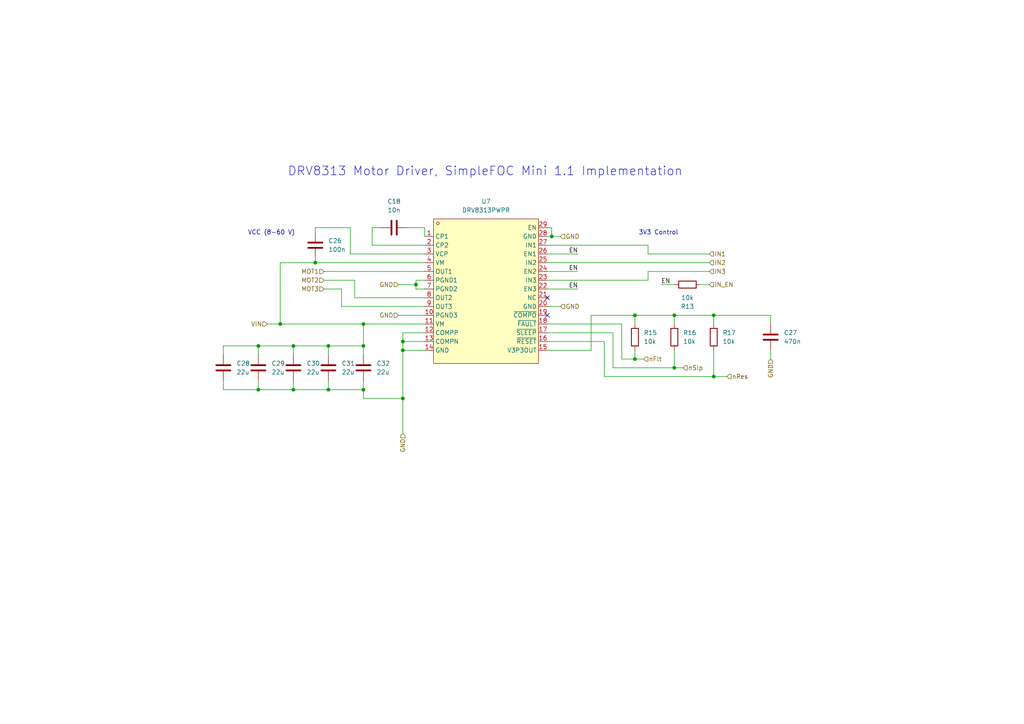
<source format=kicad_sch>
(kicad_sch (version 20250114) (generator "eeschema") (generator_version "9.0")
  (paper "A4")
  (title_block (title "FOCEars") (date "2025-12-05") (rev "A") (company "KaironSaber"))
  (lib_symbols
    (symbol "Device:C" (pin_numbers (hide yes)) (pin_names (offset 0.254))
      (property "Reference" "C" (at 0.635 2.54 0))
      (property "Value" "C" (at 0.635 -2.54 0))
      (symbol "C_0_1"
        (polyline (pts (xy -2.032 0.762) (xy 2.032 0.762)) (stroke (width 0.508)))
        (polyline (pts (xy -2.032 -0.762) (xy 2.032 -0.762)) (stroke (width 0.508)))
      )
      (symbol "C_1_1"
        (pin passive line (at 0 3.81 270) (length 2.794) (name "~") (number "1"))
        (pin passive line (at 0 -3.81 90) (length 2.794) (name "~") (number "2"))
      )
    )
    (symbol "Device:R" (pin_numbers (hide yes)) (pin_names (offset 0))
      (property "Reference" "R" (at 2.032 0 90))
      (property "Value" "R" (at 0 0 90))
      (symbol "R_0_1"
        (rectangle (start -1.016 -2.54) (end 1.016 2.54) (stroke (width 0.254)))
      )
      (symbol "R_1_1"
        (pin passive line (at 0 3.81 270) (length 1.27) (name "~") (number "1"))
        (pin passive line (at 0 -3.81 90) (length 1.27) (name "~") (number "2"))
      )
    )
    (symbol "EasyEDA:DRV8313PWPR"
      (property "Reference" "U" (at 0 22.86 0))
      (property "Value" "DRV8313PWPR" (at 0 -22.86 0))
      (symbol "DRV8313PWPR_0_1"
        (rectangle (start -15.24 20.32) (end 15.24 -21.59) (fill (type background)))
        (circle (center -13.97 19.05) (radius 0.38))
      )
      (symbol "DRV8313PWPR_1_1"
        (pin passive line (at -17.78 15.24 0) (length 2.54) (name "CP1") (number "1"))
        (pin passive line (at -17.78 12.7 0) (length 2.54) (name "CP2") (number "2"))
        (pin passive line (at -17.78 10.16 0) (length 2.54) (name "VCP") (number "3"))
        (pin power_in line (at -17.78 7.62 0) (length 2.54) (name "VM") (number "4"))
        (pin output line (at -17.78 5.08 0) (length 2.54) (name "OUT1") (number "5"))
        (pin power_in line (at -17.78 2.54 0) (length 2.54) (name "PGND1") (number "6"))
        (pin power_in line (at -17.78 0 0) (length 2.54) (name "PGND2") (number "7"))
        (pin output line (at -17.78 -2.54 0) (length 2.54) (name "OUT2") (number "8"))
        (pin output line (at -17.78 -5.08 0) (length 2.54) (name "OUT3") (number "9"))
        (pin power_in line (at -17.78 -7.62 0) (length 2.54) (name "PGND3") (number "10"))
        (pin power_in line (at -17.78 -10.16 0) (length 2.54) (name "VM") (number "11"))
        (pin input line (at -17.78 -12.7 0) (length 2.54) (name "COMPP") (number "12"))
        (pin input line (at -17.78 -15.24 0) (length 2.54) (name "COMPN") (number "13"))
        (pin power_in line (at -17.78 -17.78 0) (length 2.54) (name "GND") (number "14"))
        (pin power_in line (at 17.78 17.78 180) (length 2.54) (name "EN") (number "29"))
        (pin power_in line (at 17.78 15.24 180) (length 2.54) (name "GND") (number "28"))
        (pin input line (at 17.78 12.7 180) (length 2.54) (name "IN1") (number "27"))
        (pin input line (at 17.78 10.16 180) (length 2.54) (name "EN1") (number "26"))
        (pin input line (at 17.78 7.62 180) (length 2.54) (name "IN2") (number "25"))
        (pin input line (at 17.78 5.08 180) (length 2.54) (name "EN2") (number "24"))
        (pin input line (at 17.78 2.54 180) (length 2.54) (name "IN3") (number "23"))
        (pin input line (at 17.78 0 180) (length 2.54) (name "EN3") (number "22"))
        (pin no_connect line (at 17.78 -2.54 180) (length 2.54) (name "NC") (number "21"))
        (pin power_in line (at 17.78 -5.08 180) (length 2.54) (name "GND") (number "20"))
        (pin output line (at 17.78 -7.62 180) (length 2.54) (name "~{COMPO}") (number "19"))
        (pin output line (at 17.78 -10.16 180) (length 2.54) (name "~{FAULT}") (number "18"))
        (pin input line (at 17.78 -12.7 180) (length 2.54) (name "~{SLEEP}") (number "17"))
        (pin input line (at 17.78 -15.24 180) (length 2.54) (name "~{RESET}") (number "16"))
        (pin power_out line (at 17.78 -17.78 180) (length 2.54) (name "V3P3OUT") (number "15"))
      )
    )
  )
  (text "VCC (8-60 V)" (at 78.74 67.564 0) (effects (font (size 1.27 1.27))))
  (text "DRV8313 Motor Driver, SimpleFOC Mini 1.1 Implementation\n" (at 140.716 49.784 0) (effects (font (size 2.54 2.54))))
  (text "3V3 Control\n" (at 191.008 67.564 0) (effects (font (size 1.27 1.27))))
  (junction (at 184.15 91.44))
  (junction (at 207.01 91.44))
  (junction (at 116.84 99.06))
  (junction (at 116.84 101.6))
  (junction (at 81.28 93.98))
  (junction (at 85.09 100.33))
  (junction (at 184.15 104.14))
  (junction (at 105.41 113.03))
  (junction (at 95.25 113.03))
  (junction (at 195.58 91.44))
  (junction (at 195.58 106.68))
  (junction (at 207.01 109.22))
  (junction (at 105.41 93.98))
  (junction (at 105.41 100.33))
  (junction (at 74.93 100.33))
  (junction (at 116.84 115.57))
  (junction (at 91.44 76.2))
  (junction (at 74.93 113.03))
  (junction (at 85.09 113.03))
  (junction (at 160.02 68.58))
  (junction (at 120.65 82.55))
  (junction (at 95.25 100.33))
  (no_connect (at 158.75 86.36))
  (no_connect (at 158.75 91.44))
  (wire (pts (xy 101.6 66.04) (xy 101.6 73.66)))
  (wire (pts (xy 120.65 82.55) (xy 120.65 83.82)))
  (wire (pts (xy 123.19 86.36) (xy 102.87 86.36)))
  (wire (pts (xy 81.28 93.98) (xy 105.41 93.98)))
  (wire (pts (xy 158.75 73.66) (xy 167.64 73.66)))
  (wire (pts (xy 158.75 101.6) (xy 171.45 101.6)))
  (wire (pts (xy 158.75 76.2) (xy 205.74 76.2)))
  (wire (pts (xy 171.45 101.6) (xy 171.45 91.44)))
  (wire (pts (xy 95.25 110.49) (xy 95.25 113.03)))
  (wire (pts (xy 74.93 110.49) (xy 74.93 113.03)))
  (wire (pts (xy 187.96 71.12) (xy 187.96 73.66)))
  (wire (pts (xy 158.75 99.06) (xy 175.26 99.06)))
  (wire (pts (xy 158.75 78.74) (xy 167.64 78.74)))
  (wire (pts (xy 85.09 100.33) (xy 95.25 100.33)))
  (wire (pts (xy 158.75 96.52) (xy 177.8 96.52)))
  (wire (pts (xy 91.44 74.93) (xy 91.44 76.2)))
  (wire (pts (xy 184.15 93.98) (xy 184.15 91.44)))
  (wire (pts (xy 95.25 100.33) (xy 105.41 100.33)))
  (wire (pts (xy 107.95 71.12) (xy 123.19 71.12)))
  (wire (pts (xy 158.75 68.58) (xy 160.02 68.58)))
  (wire (pts (xy 158.75 93.98) (xy 180.34 93.98)))
  (wire (pts (xy 105.41 100.33) (xy 105.41 102.87)))
  (wire (pts (xy 180.34 93.98) (xy 180.34 104.14)))
  (wire (pts (xy 93.98 81.28) (xy 102.87 81.28)))
  (wire (pts (xy 105.41 115.57) (xy 116.84 115.57)))
  (wire (pts (xy 195.58 93.98) (xy 195.58 91.44)))
  (wire (pts (xy 99.06 88.9) (xy 99.06 83.82)))
  (wire (pts (xy 207.01 91.44) (xy 223.52 91.44)))
  (wire (pts (xy 95.25 113.03) (xy 105.41 113.03)))
  (wire (pts (xy 120.65 83.82) (xy 123.19 83.82)))
  (wire (pts (xy 177.8 96.52) (xy 177.8 106.68)))
  (wire (pts (xy 64.77 110.49) (xy 64.77 113.03)))
  (wire (pts (xy 158.75 88.9) (xy 162.56 88.9)))
  (wire (pts (xy 95.25 100.33) (xy 95.25 102.87)))
  (wire (pts (xy 191.77 82.55) (xy 195.58 82.55)))
  (wire (pts (xy 110.49 66.04) (xy 107.95 66.04)))
  (wire (pts (xy 105.41 113.03) (xy 105.41 115.57)))
  (wire (pts (xy 64.77 113.03) (xy 74.93 113.03)))
  (wire (pts (xy 195.58 106.68) (xy 198.12 106.68)))
  (wire (pts (xy 116.84 99.06) (xy 116.84 101.6)))
  (wire (pts (xy 158.75 81.28) (xy 187.96 81.28)))
  (wire (pts (xy 64.77 100.33) (xy 74.93 100.33)))
  (wire (pts (xy 187.96 73.66) (xy 205.74 73.66)))
  (wire (pts (xy 77.47 93.98) (xy 81.28 93.98)))
  (wire (pts (xy 203.2 82.55) (xy 205.74 82.55)))
  (wire (pts (xy 101.6 66.04) (xy 91.44 66.04)))
  (wire (pts (xy 158.75 71.12) (xy 187.96 71.12)))
  (wire (pts (xy 171.45 91.44) (xy 184.15 91.44)))
  (wire (pts (xy 102.87 86.36) (xy 102.87 81.28)))
  (wire (pts (xy 184.15 104.14) (xy 186.69 104.14)))
  (wire (pts (xy 207.01 109.22) (xy 207.01 101.6)))
  (wire (pts (xy 160.02 68.58) (xy 162.56 68.58)))
  (wire (pts (xy 118.11 66.04) (xy 123.19 66.04)))
  (wire (pts (xy 105.41 93.98) (xy 105.41 100.33)))
  (wire (pts (xy 207.01 109.22) (xy 210.82 109.22)))
  (wire (pts (xy 116.84 96.52) (xy 116.84 99.06)))
  (wire (pts (xy 184.15 104.14) (xy 184.15 101.6)))
  (wire (pts (xy 195.58 101.6) (xy 195.58 106.68)))
  (wire (pts (xy 123.19 96.52) (xy 116.84 96.52)))
  (wire (pts (xy 105.41 93.98) (xy 123.19 93.98)))
  (wire (pts (xy 74.93 100.33) (xy 85.09 100.33)))
  (wire (pts (xy 85.09 113.03) (xy 95.25 113.03)))
  (wire (pts (xy 187.96 81.28) (xy 187.96 78.74)))
  (wire (pts (xy 184.15 91.44) (xy 195.58 91.44)))
  (wire (pts (xy 107.95 66.04) (xy 107.95 71.12)))
  (wire (pts (xy 177.8 106.68) (xy 195.58 106.68)))
  (wire (pts (xy 85.09 110.49) (xy 85.09 113.03)))
  (wire (pts (xy 101.6 73.66) (xy 123.19 73.66)))
  (wire (pts (xy 91.44 76.2) (xy 123.19 76.2)))
  (wire (pts (xy 187.96 78.74) (xy 205.74 78.74)))
  (wire (pts (xy 223.52 91.44) (xy 223.52 93.98)))
  (wire (pts (xy 116.84 101.6) (xy 123.19 101.6)))
  (wire (pts (xy 74.93 113.03) (xy 85.09 113.03)))
  (wire (pts (xy 223.52 101.6) (xy 223.52 104.14)))
  (wire (pts (xy 158.75 66.04) (xy 160.02 66.04)))
  (wire (pts (xy 207.01 91.44) (xy 207.01 93.98)))
  (wire (pts (xy 160.02 66.04) (xy 160.02 68.58)))
  (wire (pts (xy 120.65 81.28) (xy 120.65 82.55)))
  (wire (pts (xy 105.41 110.49) (xy 105.41 113.03)))
  (wire (pts (xy 123.19 88.9) (xy 99.06 88.9)))
  (wire (pts (xy 93.98 78.74) (xy 123.19 78.74)))
  (wire (pts (xy 74.93 100.33) (xy 74.93 102.87)))
  (wire (pts (xy 85.09 100.33) (xy 85.09 102.87)))
  (wire (pts (xy 81.28 76.2) (xy 81.28 93.98)))
  (wire (pts (xy 175.26 99.06) (xy 175.26 109.22)))
  (wire (pts (xy 115.57 91.44) (xy 123.19 91.44)))
  (wire (pts (xy 175.26 109.22) (xy 207.01 109.22)))
  (wire (pts (xy 93.98 83.82) (xy 99.06 83.82)))
  (wire (pts (xy 123.19 66.04) (xy 123.19 68.58)))
  (wire (pts (xy 91.44 66.04) (xy 91.44 67.31)))
  (wire (pts (xy 81.28 76.2) (xy 91.44 76.2)))
  (wire (pts (xy 115.57 82.55) (xy 120.65 82.55)))
  (wire (pts (xy 64.77 102.87) (xy 64.77 100.33)))
  (wire (pts (xy 123.19 81.28) (xy 120.65 81.28)))
  (wire (pts (xy 158.75 83.82) (xy 167.64 83.82)))
  (wire (pts (xy 116.84 101.6) (xy 116.84 115.57)))
  (wire (pts (xy 180.34 104.14) (xy 184.15 104.14)))
  (wire (pts (xy 116.84 99.06) (xy 123.19 99.06)))
  (wire (pts (xy 116.84 115.57) (xy 116.84 125.73)))
  (wire (pts (xy 195.58 91.44) (xy 207.01 91.44)))
  (label "EN" (at 167.64 83.82 180))
  (label "EN" (at 191.77 82.55 0))
  (label "EN" (at 167.64 73.66 180))
  (label "EN" (at 167.64 78.74 180))
  (hierarchical_label "MOT1" (shape input) (at 93.98 78.74 180))
  (hierarchical_label "nFlt" (shape input) (at 186.69 104.14 0))
  (hierarchical_label "GND" (shape input) (at 116.84 125.73 270))
  (hierarchical_label "GND" (shape input) (at 162.56 88.9 0))
  (hierarchical_label "IN3" (shape input) (at 205.74 78.74 0))
  (hierarchical_label "nRes" (shape input) (at 210.82 109.22 0))
  (hierarchical_label "nSlp" (shape input) (at 198.12 106.68 0))
  (hierarchical_label "GND" (shape input) (at 115.57 91.44 180))
  (hierarchical_label "GND" (shape input) (at 115.57 82.55 180))
  (hierarchical_label "GND" (shape input) (at 162.56 68.58 0))
  (hierarchical_label "IN2" (shape input) (at 205.74 76.2 0))
  (hierarchical_label "MOT2" (shape input) (at 93.98 81.28 180))
  (hierarchical_label "IN1" (shape input) (at 205.74 73.66 0))
  (hierarchical_label "IN_EN" (shape input) (at 205.74 82.55 0))
  (hierarchical_label "GND" (shape input) (at 223.52 104.14 270))
  (hierarchical_label "VIN" (shape input) (at 77.47 93.98 180))
  (hierarchical_label "MOT3" (shape input) (at 93.98 83.82 180))
  (symbol (lib_id "Device:C") (at 95.25 106.68 0) (unit 1)
    (property "Reference" "C15" (at 99.06 105.4099 0) (effects (justify left)))
    (property "Value" "22u" (at 99.06 107.9499 0) (effects (justify left)))
    (property "Footprint" "Capacitor_SMD:C_0805_2012Metric" (effects (hide yes)))
    (property "Datasheet" "https://jlcpcb.com/partdetail/46786-CL21A226MAQNNNE/C45783" (effects (hide yes)))
    (property "Description" "Unpolarized capacitor" (effects (hide yes)))
    (property "LCSC Part" "C45783" (effects (hide yes)))
    (instances (project "" (path "" (reference "C31") (unit 1)) (path "" (reference "C15") (unit 1))))
  )
  (symbol (lib_id "Device:C") (at 74.93 106.68 0) (unit 1)
    (property "Reference" "C13" (at 78.74 105.4099 0) (effects (justify left)))
    (property "Value" "22u" (at 78.74 107.9499 0) (effects (justify left)))
    (property "Footprint" "Capacitor_SMD:C_0805_2012Metric" (effects (hide yes)))
    (property "Datasheet" "https://jlcpcb.com/partdetail/46786-CL21A226MAQNNNE/C45783" (effects (hide yes)))
    (property "Description" "Unpolarized capacitor" (effects (hide yes)))
    (property "LCSC Part" "C45783" (effects (hide yes)))
    (instances (project "" (path "" (reference "C29") (unit 1)) (path "" (reference "C13") (unit 1))))
  )
  (symbol (lib_id "Device:C") (at 91.44 71.12 180) (unit 1)
    (property "Reference" "C3" (at 95.25 69.8499 0) (effects (justify right)))
    (property "Value" "100n" (at 95.25 72.3899 0) (effects (justify right)))
    (property "Footprint" "Capacitor_SMD:C_0402_1005Metric" (effects (hide yes)))
    (property "Datasheet" "https://jlcpcb.com/partdetail/291005-CL05B104KB54PNC/C307331" (effects (hide yes)))
    (property "Description" "Unpolarized capacitor" (effects (hide yes)))
    (property "LCSC Part" "    C307331" (effects (hide yes)))
    (instances (project "" (path "" (reference "C26") (unit 1)) (path "" (reference "C3") (unit 1))))
  )
  (symbol (lib_id "EasyEDA:DRV8313PWPR") (at 140.97 83.82 0) (unit 1)
    (property "Reference" "U2" (at 140.97 58.42 0))
    (property "Value" "DRV8313PWPR" (at 140.97 60.96 0))
    (property "Footprint" "EasyEDA:HTSSOP-28_L9.8-W4.5-P0.65-LS6.6-BL-EP" (effects (hide yes)))
    (property "Datasheet" "https://lcsc.com/product-detail/Motor-Drivers_TI_DRV8313PWPR_DRV8313PWPR_C92482.html" (effects (hide yes)))
    (property "LCSC Part" "C92482" (effects (hide yes)))
    (instances (project "" (path "" (reference "U7") (unit 1)) (path "" (reference "U2") (unit 1))))
  )
  (symbol (lib_id "Device:C") (at 85.09 106.68 0) (unit 1)
    (property "Reference" "C14" (at 88.9 105.4099 0) (effects (justify left)))
    (property "Value" "22u" (at 88.9 107.9499 0) (effects (justify left)))
    (property "Footprint" "Capacitor_SMD:C_0805_2012Metric" (effects (hide yes)))
    (property "Datasheet" "https://jlcpcb.com/partdetail/46786-CL21A226MAQNNNE/C45783" (effects (hide yes)))
    (property "Description" "Unpolarized capacitor" (effects (hide yes)))
    (property "LCSC Part" "C45783" (effects (hide yes)))
    (instances (project "" (path "" (reference "C30") (unit 1)) (path "" (reference "C14") (unit 1))))
  )
  (symbol (lib_id "Device:C") (at 223.52 97.79 180) (unit 1)
    (property "Reference" "C4" (at 227.33 96.5199 0) (effects (justify right)))
    (property "Value" "470n" (at 227.33 99.0599 0) (effects (justify right)))
    (property "Footprint" "Capacitor_SMD:C_0603_1608Metric" (effects (hide yes)))
    (property "Datasheet" "https://jlcpcb.com/partdetail/1975-CL10B474KA8NNNC/C1623" (effects (hide yes)))
    (property "Description" "Unpolarized capacitor" (effects (hide yes)))
    (property "LCSC Part" "C1623" (effects (hide yes)))
    (instances (project "" (path "" (reference "C27") (unit 1)) (path "" (reference "C4") (unit 1))))
  )
  (symbol (lib_id "Device:C") (at 114.3 66.04 90) (unit 1)
    (property "Reference" "C1" (at 114.3 58.42 90))
    (property "Value" "10n" (at 114.3 60.96 90))
    (property "Footprint" "Capacitor_SMD:C_0402_1005Metric" (effects (hide yes)))
    (property "Datasheet" "https://jlcpcb.com/partdetail/15869-CL05B103KB5NNNC/C15195" (effects (hide yes)))
    (property "Description" "Unpolarized capacitor" (effects (hide yes)))
    (property "LCSC Part" "C15195" (effects (hide yes)))
    (instances (project "" (path "" (reference "C18") (unit 1)) (path "" (reference "C1") (unit 1))))
  )
  (symbol (lib_id "Device:R") (at 184.15 97.79 0) (unit 1)
    (property "Reference" "R3" (at 186.69 96.5199 0) (effects (justify left)))
    (property "Value" "10k" (at 186.69 99.0599 0) (effects (justify left)))
    (property "Footprint" "Resistor_SMD:R_0402_1005Metric" (effects (hide yes)))
    (property "Datasheet" "https://jlcpcb.com/partdetail/26487-0402WGF1002TCE/C25744" (effects (hide yes)))
    (property "Description" "Resistor" (effects (hide yes)))
    (property "LCSC Part" "C25744" (effects (hide yes)))
    (instances (project "" (path "" (reference "R15") (unit 1)) (path "" (reference "R3") (unit 1))))
  )
  (symbol (lib_id "Device:C") (at 64.77 106.68 0) (unit 1)
    (property "Reference" "C12" (at 68.58 105.4099 0) (effects (justify left)))
    (property "Value" "22u" (at 68.58 107.9499 0) (effects (justify left)))
    (property "Footprint" "Capacitor_SMD:C_0805_2012Metric" (effects (hide yes)))
    (property "Datasheet" "https://jlcpcb.com/partdetail/46786-CL21A226MAQNNNE/C45783" (effects (hide yes)))
    (property "Description" "Unpolarized capacitor" (effects (hide yes)))
    (property "LCSC Part" "C45783" (effects (hide yes)))
    (instances (project "" (path "" (reference "C28") (unit 1)) (path "" (reference "C12") (unit 1))))
  )
  (symbol (lib_id "Device:R") (at 199.39 82.55 90) (mirror x) (unit 1)
    (property "Reference" "R1" (at 199.39 88.9 90))
    (property "Value" "10k" (at 199.39 86.36 90))
    (property "Footprint" "Resistor_SMD:R_0402_1005Metric" (effects (hide yes)))
    (property "Datasheet" "https://jlcpcb.com/partdetail/26487-0402WGF1002TCE/C25744" (effects (hide yes)))
    (property "Description" "Resistor" (effects (hide yes)))
    (property "LCSC Part" "C25744" (effects (hide yes)))
    (instances (project "" (path "" (reference "R13") (unit 1)) (path "" (reference "R1") (unit 1))))
  )
  (symbol (lib_id "Device:R") (at 195.58 97.79 0) (unit 1)
    (property "Reference" "R4" (at 198.12 96.5199 0) (effects (justify left)))
    (property "Value" "10k" (at 198.12 99.0599 0) (effects (justify left)))
    (property "Footprint" "Resistor_SMD:R_0402_1005Metric" (effects (hide yes)))
    (property "Datasheet" "https://jlcpcb.com/partdetail/26487-0402WGF1002TCE/C25744" (effects (hide yes)))
    (property "Description" "Resistor" (effects (hide yes)))
    (property "LCSC Part" "C25744" (effects (hide yes)))
    (instances (project "" (path "" (reference "R16") (unit 1)) (path "" (reference "R4") (unit 1))))
  )
  (symbol (lib_id "Device:R") (at 207.01 97.79 0) (unit 1)
    (property "Reference" "R12" (at 209.55 96.5199 0) (effects (justify left)))
    (property "Value" "10k" (at 209.55 99.0599 0) (effects (justify left)))
    (property "Footprint" "Resistor_SMD:R_0402_1005Metric" (effects (hide yes)))
    (property "Datasheet" "https://jlcpcb.com/partdetail/26487-0402WGF1002TCE/C25744" (effects (hide yes)))
    (property "Description" "Resistor" (effects (hide yes)))
    (property "LCSC Part" "C25744" (effects (hide yes)))
    (instances (project "" (path "" (reference "R17") (unit 1)) (path "" (reference "R12") (unit 1))))
  )
  (symbol (lib_id "Device:C") (at 105.41 106.68 0) (unit 1)
    (property "Reference" "C17" (at 109.22 105.4099 0) (effects (justify left)))
    (property "Value" "22u" (at 109.22 107.9499 0) (effects (justify left)))
    (property "Footprint" "Capacitor_SMD:C_0805_2012Metric" (effects (hide yes)))
    (property "Datasheet" "https://jlcpcb.com/partdetail/46786-CL21A226MAQNNNE/C45783" (effects (hide yes)))
    (property "Description" "Unpolarized capacitor" (effects (hide yes)))
    (property "LCSC Part" "C45783" (effects (hide yes)))
    (instances (project "" (path "" (reference "C32") (unit 1)) (path "" (reference "C17") (unit 1))))
  )
)
</source>
